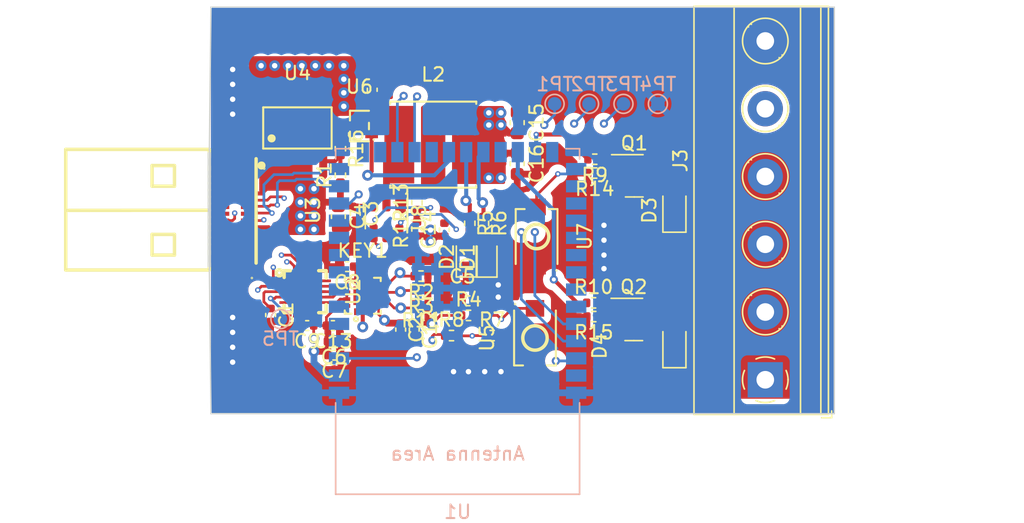
<source format=kicad_pcb>
(kicad_pcb (version 20221018) (generator pcbnew)
  (title_block (title "gimme-danger") (date "2024-01-15") (rev "0.0.1a") (company "rbaron.net"))
  (layers (0 "F.Cu" signal) (1 "In1.Cu" signal) (2 "In2.Cu" signal) (31 "B.Cu" signal) (34 "B.Paste" user) (35 "F.Paste" user) (36 "B.SilkS" user "B.Silkscreen") (37 "F.SilkS" user "F.Silkscreen") (38 "B.Mask" user) (39 "F.Mask" user) (44 "Edge.Cuts" user))
  (net 0 "")
  (net 13 "Net-(U1-GPIO47{slash}SPICLK_P{slash}SUBSPICLK_P_DIFF)")
  (net 14 "Net-(U1-GPIO48{slash}SPICLK_N{slash}SUBSPICLK_N_DIFF)")
  (net 41 "Net-(U2-VBIAS)")
  (net 42 "GND")
  (net 43 "+3V3")
  (net 44 "VBUS")
  (net 45 "Net-(U1-EN)")
  (net 46 "CC1")
  (net 47 "Net-(D1-A)")
  (net 48 "Net-(D2-A)")
  (net 49 "INT")
  (net 50 "SCL")
  (net 51 "SDA")
  (net 52 "CH1")
  (net 53 "CH2")
  (net 54 "LED_GREEN")
  (net 55 "LED_RED")
  (net 56 "VMON")
  (net 59 "TX")
  (net 60 "RX")
  (net 61 "Net-(U1-GPIO0{slash}BOOT)")
  (net 62 "D+")
  (net 63 "D-")
  (net 64 "C_CC1")
  (net 65 "C_SBU2")
  (net 66 "C_SBU1")
  (net 67 "Net-(U8-BOOT)")
  (net 68 "LOAD_EN#")
  (net 69 "Net-(U8-SW)")
  (net 70 "Net-(U8-FB)")
  (net 72 "VOUT")
  (net 73 "OUT1")
  (net 74 "OUT2")
  (net 75 "Net-(U4-G)")
  (net 76 "Net-(U6-OUT)")
  (footprint "Capacitor_SMD:C_0402_1005Metric" (layer "F.Cu") (at 78.225 113.425 90)
    (fp_text reference "C14")
    (fp_text value "0.1u" hide)
  )
  (footprint "Resistor_SMD:R_0402_1005Metric" (layer "F.Cu") (at 81.75 121.24)
    (fp_text reference "R7")
    (fp_text value "10k")
  )
  (footprint "footprint:SOT-323-3_L2.0-W1.3-P1.30-LS2.1-BR" (layer "F.Cu") (at 71.957862 105.775)
    (fp_text reference "U6")
    (fp_text value "DDTC143EUA")
  )
  (footprint "Capacitor_SMD:C_0402_1005Metric" (layer "F.Cu") (at 71.05 116.15 180)
    (fp_text reference "C8")
    (fp_text value "220p")
  )
  (footprint "Resistor_SMD:R_0402_1005Metric" (layer "F.Cu") (at 89.235 118.825)
    (fp_text reference "R10")
    (fp_text value "100")
  )
  (footprint "footprint:SW-SMD_L3.9-W3.0-P4.45" (layer "F.Cu") (at 85.03 113.93 -90)
    (fp_text reference "U7")
    (fp_text value "SKRKAEE020")
  )
  (footprint "footprint:SW-SMD_L3.9-W3.0-P4.45" (layer "F.Cu") (at 84.91 121.415088 90)
    (fp_text reference "U5")
    (fp_text value "SKRKAEE020")
  )
  (footprint "Capacitor_SMD:C_0402_1005Metric" (layer "F.Cu") (at 68.1 120.5 180)
    (fp_text reference "C9")
    (fp_text value "1u")
  )
  (footprint "Package_TO_SOT_SMD:SOT-23" (layer "F.Cu") (at 92.2 120.05)
    (fp_text reference "Q2")
    (fp_text value "AO3400A")
  )
  (footprint "Resistor_SMD:R_0402_1005Metric" (layer "F.Cu") (at 80.1 112.95 -90)
    (fp_text reference "R5")
    (fp_text value "1k")
  )
  (footprint "Capacitor_SMD:C_0402_1005Metric" (layer "F.Cu") (at 75 120.8 -90)
    (fp_text reference "C2")
    (fp_text value "0.1u")
  )
  (footprint "TerminalBlock_Phoenix:TerminalBlock_Phoenix_MKDS-1,5-6_1x06_P5.00mm_Horizontal" (layer "F.Cu") (at 101.905 124.500001 90)
    (fp_text reference "J3")
    (fp_text value "Screw_Terminal_01x06")
  )
  (footprint "Resistor_SMD:R_0402_1005Metric" (layer "F.Cu") (at 76.5 116.85 180)
    (fp_text reference "R2")
    (fp_text value "4k7")
  )
  (footprint "Resistor_SMD:R_0402_1005Metric" (layer "F.Cu") (at 76.5 118.95 180)
    (fp_text reference "R11")
    (fp_text value "4k7")
  )
  (footprint "Resistor_SMD:R_0402_1005Metric" (layer "F.Cu") (at 80.009999 119.75)
    (fp_text reference "R4")
    (fp_text value "10k")
  )
  (footprint "Resistor_SMD:R_0402_1005Metric" (layer "F.Cu") (at 89.25 119.835 180)
    (fp_text reference "R15")
    (fp_text value "10k")
  )
  (footprint "Resistor_SMD:R_0402_1005Metric" (layer "F.Cu") (at 70.55 109.4 90)
    (fp_text reference "R1")
    (fp_text value "10k")
  )
  (footprint "Capacitor_SMD:C_0402_1005Metric" (layer "F.Cu") (at 70.076 121.666 180)
    (fp_text reference "C6")
    (fp_text value "22n")
  )
  (footprint "LED_SMD:LED_0603_1608Metric" (layer "F.Cu") (at 81.37 115.44 90)
    (fp_text reference "D1")
    (fp_text value "Red")
  )
  (footprint "Resistor_SMD:R_0402_1005Metric" (layer "F.Cu") (at 89.3175 109.245 180)
    (fp_text reference "R14")
    (fp_text value "10k")
  )
  (footprint "Capacitor_SMD:C_0402_1005Metric" (layer "F.Cu") (at 76 120.8 -90)
    (fp_text reference "C12")
    (fp_text value "1u")
  )
  (footprint "Capacitor_SMD:C_0402_1005Metric" (layer "F.Cu") (at 70.104 122.682 180)
    (fp_text reference "C7")
    (fp_text value "0.1u")
  )
  (footprint "Resistor_SMD:R_0402_1005Metric" (layer "F.Cu") (at 76.5 117.9 180)
    (fp_text reference "R3")
    (fp_text value "4k7")
  )
  (footprint "LED_SMD:LED_0603_1608Metric" (layer "F.Cu") (at 79.84 115.43 90)
    (fp_text reference "D2")
    (fp_text value "Green")
  )
  (footprint "Diode_SMD:D_SOD-323" (layer "F.Cu") (at 95.2 112 90)
    (fp_text reference "D3")
    (fp_text value "1N5819WS")
  )
  (footprint "Resistor_SMD:R_0402_1005Metric" (layer "F.Cu") (at 76.2 111.425 90)
    (fp_text reference "R13")
    (fp_text value "22k")
  )
  (footprint "Capacitor_SMD:C_0402_1005Metric" (layer "F.Cu") (at 80 118.675)
    (fp_text reference "C5")
    (fp_text value "0.1u")
  )
  (footprint "Capacitor_SMD:C_0402_1005Metric" (layer "F.Cu") (at 71.65 112.25 -90)
    (fp_text reference "C3")
    (fp_text value "0.1u")
  )
  (footprint "footprint:WQFN-20_L3.0-W3.0-P0.40-BL-EP1.7" (layer "F.Cu") (at 67.95033 118 -90)
    (fp_text reference "U2")
    (fp_text value "TPD6S300RUKR")
  )
  (footprint "Diode_SMD:D_SOD-323" (layer "F.Cu") (at 95.2 122 90)
    (fp_text reference "D4")
    (fp_text value "1N5819WS")
  )
  (footprint "Resistor_SMD:R_0402_1005Metric" (layer "F.Cu") (at 76.2 113.375 90)
    (fp_text reference "R12")
    (fp_text value "100k")
  )
  (footprint "Capacitor_SMD:C_0402_1005Metric" (layer "F.Cu") (at 65.4 119.72 -90)
    (fp_text reference "C1")
    (fp_text value "100n")
  )
  (footprint "Package_TO_SOT_SMD:SOT-23-6" (layer "F.Cu") (at 73.95 112.55 -90)
    (fp_text reference "U8")
    (fp_text value "TPS54302" hide)
  )
  (footprint "Resistor_SMD:R_0402_1005Metric" (layer "F.Cu") (at 78.75 121.24)
    (fp_text reference "R8")
    (fp_text value "100k")
  )
  (footprint "footprint:MLP-14_L2.5-W2.5-P0.50-BL-EP" (layer "F.Cu") (at 72.2 118.3)
    (fp_text reference "KEY1")
    (fp_text value "FUSB302MPX")
  )
  (footprint "Resistor_SMD:R_0402_1005Metric" (layer "F.Cu") (at 89.3225 108.225 180)
    (fp_text reference "R9")
    (fp_text value "100")
  )
  (footprint "Capacitor_SMD:C_0603_1608Metric" (layer "F.Cu") (at 83.6 105.525 -90)
    (fp_text reference "C15")
    (fp_text value "10u")
  )
  (footprint "footprint:USB-C-SMD_U261-241N-4BS2SS" (layer "F.Cu") (at 62.679959 112 -90)
    (fp_text reference "U3")
    (fp_text value "U261-241N-4BS2SS")
    (fp_line (start -4.200076 1.799975) (end 4.099924 1.799975) (stroke (width 0.254)) (layer "Edge.Cuts"))
  )
  (footprint "Capacitor_SMD:C_0402_1005Metric" (layer "F.Cu") (at 70 120.5 180)
    (fp_text reference "C13")
    (fp_text value "0.1u")
  )
  (footprint "Resistor_SMD:R_0402_1005Metric" (layer "F.Cu") (at 70.55 107.45 -90)
    (fp_text reference "R16")
    (fp_text value "1k")
  )
  (footprint "footprint:IND-SMD_L6.0-W6.0" (layer "F.Cu") (at 77.4 107.15)
    (fp_text reference "L2")
    (fp_text value "YNR6045-470M" hide)
  )
  (footprint "Resistor_SMD:R_0402_1005Metric" (layer "F.Cu") (at 81.11 112.96 -90)
    (fp_text reference "R6")
    (fp_text value "1k")
  )
  (footprint "Package_TO_SOT_SMD:SOT-23" (layer "F.Cu") (at 92.2375 109.45)
    (fp_text reference "Q1")
    (fp_text value "AO3400A")
  )
  (footprint "Capacitor_SMD:C_0603_1608Metric" (layer "F.Cu") (at 70.4 112.45 -90)
    (fp_text reference "C4")
    (fp_text value "10u")
  )
  (footprint "footprint:SOIC-8_L4.9-W3.9-P1.27-LS6.0-BL" (layer "F.Cu") (at 67.38 105.918)
    (fp_text reference "U4")
    (fp_text value "AO4407A")
  )
  (footprint "Capacitor_SMD:C_0603_1608Metric" (layer "F.Cu") (at 83.6 108.55 -90)
    (fp_text reference "C16")
    (fp_text value "10u")
  )
  (footprint "Capacitor_SMD:C_0402_1005Metric" (layer "F.Cu") (at 72.9 103.1 -90)
    (fp_text reference "C10" hide)
    (fp_text value "1u")
  )
  (footprint "TestPoint:TestPoint_Pad_D1.0mm" (layer "B.Cu") (at 66.125 120.025)
    (fp_text reference "TP5")
    (fp_text value "3v3")
  )
  (footprint "PCM_Espressif:ESP32-S3-WROOM-1" (layer "B.Cu") (at 79.2 117.2)
    (fp_text reference "U1")
    (fp_text value "ESP32-S3-WROOM-1")
  )
  (footprint "TestPoint:TestPoint_Pad_D1.0mm" (layer "B.Cu") (at 88.9 104.14 180)
    (fp_text reference "TP2")
    (fp_text value "3v3")
  )
  (footprint "TestPoint:TestPoint_Pad_D1.0mm" (layer "B.Cu") (at 86.36 104.14 180)
    (fp_text reference "TP1")
    (fp_text value "3v3")
  )
  (footprint "TestPoint:TestPoint_Pad_D1.0mm" (layer "B.Cu") (at 91.44 104.14 180)
    (fp_text reference "TP3")
    (fp_text value "3v3")
  )
  (footprint "TestPoint:TestPoint_Pad_D1.0mm" (layer "B.Cu") (at 93.98 104.14 180)
    (fp_text reference "TP4")
    (fp_text value "3v3")
  )
  (gr_line (start 61 97) (end 107 97) (stroke (width 0.1)) (layer "Edge.Cuts"))
  (gr_line (start 60.879984 116.099924) (end 61 127) (stroke (width 0.1)) (layer "Edge.Cuts"))
  (gr_line (start 107 97) (end 107 127) (stroke (width 0.1)) (layer "Edge.Cuts"))
  (gr_line (start 61 127) (end 107 127) (stroke (width 0.1)) (layer "Edge.Cuts"))
  (gr_line (start 60.879984 107.799924) (end 61 97) (stroke (width 0.1)) (layer "Edge.Cuts"))
  (segment (start 88.725 118.825) (end 88.025 118.825) (width 0.3) (layer "F.Cu") (net 13))
  (segment (start 88.025 118.825) (end 86.3 117.1) (width 0.3) (layer "F.Cu") (net 13))
  (via (at 86.3 117.1) (size 0.6) (drill 0.3) (layers "F.Cu" "B.Cu") (net 13))
  (segment (start 83.645 109.255) (end 83.645 107.7) (width 0.3) (layer "B.Cu") (net 13))
  (segment (start 86.3 112) (end 83.6 109.3) (width 0.3) (layer "B.Cu") (net 13))
  (segment (start 86.3 117.1) (end 86.3 112) (width 0.3) (layer "B.Cu") (net 13))
  (segment (start 83.6 109.3) (end 83.645 109.255) (width 0.3) (layer "B.Cu") (net 13))
  (segment (start 86.9875 106.4) (end 85 106.4) (width 0.3) (layer "F.Cu") (net 14))
  (segment (start 88.8125 108.225) (end 86.9875 106.4) (width 0.3) (layer "F.Cu") (net 14))
  (via (at 85 106.4) (size 0.4) (drill 0.2) (layers "F.Cu" "B.Cu") (net 14))
  (segment (start 85 106.4) (end 85 107.615) (width 0.3) (layer "B.Cu") (net 14))
  (segment (start 85 107.615) (end 84.915 107.7) (width 0.3) (layer "B.Cu") (net 14))
  (segment (start 66.45033 118.000127) (end 64.999873 118.000127) (width 0.2) (layer "F.Cu") (net 41))
  (segment (start 64.9 118.74) (end 65.4 119.24) (width 0.2) (layer "F.Cu") (net 41))
  (segment (start 64.999873 118.000127) (end 64.9 118.1) (width 0.2) (layer "F.Cu") (net 41))
  (segment (start 64.9 118.1) (end 64.9 118.74) (width 0.2) (layer "F.Cu") (net 41))
  (segment (start 70.48 122.578) (end 70.584 122.682) (width 0.5) (layer "F.Cu") (net 42))
  (segment (start 72.2 117.122454) (end 72.700127 117.122454) (width 0.2) (layer "F.Cu") (net 42))
  (segment (start 67.950457 117.999873) (end 67.950203 118.000127) (width 0.2) (layer "F.Cu") (net 42))
  (segment (start 62.824994 109.250064) (end 62 108.42507) (width 0.3) (layer "F.Cu") (net 42))
  (segment (start 67.150101 119.5) (end 67.9 119.5) (width 0.3) (layer "F.Cu") (net 42))
  (segment (start 67.550152 120.430152) (end 67.62 120.5) (width 0.2) (layer "F.Cu") (net 42))
  (segment (start 70.22 116.5) (end 70.57 116.15) (width 0.2) (layer "F.Cu") (net 42))
  (segment (start 70.57 113.81) (end 70.57 116.15) (width 0.5) (layer "F.Cu") (net 42))
  (segment (start 63.635001 114.749936) (end 62.824994 114.749936) (width 0.3) (layer "F.Cu") (net 42))
  (segment (start 70.4 115.98) (end 70.57 116.15) (width 0.5) (layer "F.Cu") (net 42))
  (segment (start 61.724917 114.749936) (end 61.724917 115.299847) (width 0.3) (layer "F.Cu") (net 42))
  (segment (start 67.550152 119.5) (end 67.550152 120.430152) (width 0.2) (layer "F.Cu") (net 42))
  (segment (start 70.4 113.225) (end 70.4 115.98) (width 0.5) (layer "F.Cu") (net 42))
  (segment (start 76 121.28) (end 75 121.28) (width 0.5) (layer "F.Cu") (net 42))
  (segment (start 71.65 112.73) (end 70.57 113.81) (width 0.5) (layer "F.Cu") (net 42))
  (segment (start 63.635001 109.250064) (end 62.824994 109.250064) (width 0.3) (layer "F.Cu") (net 42))
  (segment (start 72.2 117.122454) (end 72.2 118.3) (width 0.2) (layer "F.Cu") (net 42))
  (segment (start 70.48 120.5) (end 70.48 122.578) (width 0.5) (layer "F.Cu") (net 42))
  (segment (start 61.724917 114.749936) (end 63.635001 114.749936) (width 0.3) (layer "F.Cu") (net 42))
  (segment (start 61.724917 108.700153) (end 62 108.42507) (width 0.3) (layer "F.Cu") (net 42))
  (segment (start 67.950203 119.5) (end 67.950203 118.000127) (width 0.2) (layer "F.Cu") (net 42))
  (segment (start 62.02507 108.4) (end 62 108.42507) (width 0.3) (layer "F.Cu") (net 42))
  (segment (start 61.724917 109.250064) (end 63.635001 109.250064) (width 0.3) (layer "F.Cu") (net 42))
  (segment (start 71.155 113.225) (end 71.65 112.73) (width 0.5) (layer "F.Cu") (net 42))
  (segment (start 69.45033 118.000127) (end 67.950203 118.000127) (width 0.2) (layer "F.Cu") (net 42))
  (segment (start 68.350254 116.5) (end 68.350254 117.600076) (width 0.2) (layer "F.Cu") (net 42))
  (segment (start 62.824994 114.749936) (end 62 115.57493) (width 0.3) (layer "F.Cu") (net 42))
  (segment (start 61.724917 109.250064) (end 61.724917 108.700153) (width 0.3) (layer "F.Cu") (net 42))
  (segment (start 68.750305 116.5) (end 70.22 116.5) (width 0.2) (layer "F.Cu") (net 42))
  (segment (start 70.4 113.225) (end 71.155 113.225) (width 0.5) (layer "F.Cu") (net 42))
  (segment (start 67.950457 116.5) (end 68.750305 116.5) (width 0.2) (layer "F.Cu") (net 42))
  (segment (start 68.350254 117.600076) (end 67.950203 118.000127) (width 0.2) (layer "F.Cu") (net 42))
  (via (at 90 115.3) (size 0.8) (drill 0.4) (layers "F.Cu" "B.Cu") (net 42))
  (via (at 62.6 103.8) (size 0.8) (drill 0.4) (layers "F.Cu" "B.Cu") (net 42))
  (via (at 62.6 102.7) (size 0.8) (drill 0.4) (layers "F.Cu" "B.Cu") (net 42))
  (via (at 62.6 123.2) (size 0.8) (drill 0.4) (layers "F.Cu" "B.Cu") (net 42))
  (via (at 62.6 104.9) (size 0.8) (drill 0.4) (layers "F.Cu" "B.Cu") (net 42))
  (via (at 62.6 122.1) (size 0.8) (drill 0.4) (layers "F.Cu" "B.Cu") (net 42))
  (via (at 62.6 121) (size 0.8) (drill 0.4) (layers "F.Cu" "B.Cu") (net 42))
  (via (at 90 116.3) (size 0.8) (drill 0.4) (layers "F.Cu" "B.Cu") (net 42))
  (via (at 80 123.9) (size 0.8) (drill 0.4) (layers "F.Cu" "B.Cu") (net 42))
  (via (at 78.9 123.9) (size 0.8) (drill 0.4) (layers "F.Cu" "B.Cu") (net 42))
  (via (at 82.4 123.9) (size 0.8) (drill 0.4) (layers "F.Cu" "B.Cu") (net 42))
  (via (at 81.2 123.9) (size 0.8) (drill 0.4) (layers "F.Cu" "B.Cu") (net 42))
  (via (at 90 114.2) (size 0.8) (drill 0.4) (layers "F.Cu" "B.Cu") (net 42))
  (via (at 82.2 117.5) (size 0.8) (drill 0.4) (layers "F.Cu" "B.Cu") (net 42))
  (via (at 62.6 101.6) (size 0.8) (drill 0.4) (layers "F.Cu" "B.Cu") (net 42))
  (via (at 62.6 119.9) (size 0.8) (drill 0.4) (layers "F.Cu" "B.Cu") (net 42))
  (via (at 82.2 118.4) (size 0.8) (drill 0.4) (layers "F.Cu" "B.Cu") (net 42))
  (via (at 90 113.1) (size 0.8) (drill 0.4) (layers "F.Cu" "B.Cu") (net 42))
  (segment (start 83.6 106.3) (end 83 106.3) (width 0.5) (layer "F.Cu") (net 43))
  (segment (start 68.750051 119.5) (end 68.750051 120.329949) (width 0.2) (layer "F.Cu") (net 43))
  (segment (start 73.377546 119.050064) (end 72.950064 119.477546) (width 0.2) (layer "F.Cu") (net 43))
  (segment (start 78.225 113.905) (end 77.875 113.905) (width 0.5) (layer "F.Cu") (net 43))
  (segment (start 73.377546 119.050064) (end 73.377546 119.677546) (width 0.2) (layer "F.Cu") (net 43))
  (segment (start 76 120.32) (end 75 120.32) (width 0.5) (layer "F.Cu") (net 43))
  (segment (start 83.6 107.775) (end 82.825 107.775) (width 0.5) (layer "F.Cu") (net 43))
  (segment (start 77.225 114.3) (end 76.81 113.885) (width 0.5) (layer "F.Cu") (net 43))
  (segment (start 76.81 113.885) (end 76.6 113.885) (width 0.5) (layer "F.Cu") (net 43))
  (segment (start 77.01 116.85) (end 77.01 118.95) (width 0.5) (layer "F.Cu") (net 43))
  (segment (start 74.02 120.32) (end 73.8 120.1) (width 0.5) (layer "F.Cu") (net 43))
  (segment (start 77.655 113.905) (end 77.2 113.45) (width 0.5) (layer "F.Cu") (net 43))
  (segment (start 70.15033 119.24967) (end 69.52 119.88) (width 0.2) (layer "F.Cu") (net 43))
  (segment (start 68.58 121.43) (end 68.6 121.45) (width 0.2) (layer "F.Cu") (net 43))
  (segment (start 68.58 120.5) (end 68.58 121.43) (width 0.2) (layer "F.Cu") (net 43))
  (segment (start 82.825 107.775) (end 82.5 108.1) (width 0.5) (layer "F.Cu") (net 43))
  (segment (start 83 106.3) (end 82.4 105.7) (width 0.5) (layer "F.Cu") (net 43))
  (segment (start 77.01 118.95) (end 77.01 120.085) (width 0.5) (layer "F.Cu") (net 43))
  (segment (start 82.5 108.1) (end 82.5 109.5) (width 0.5) (layer "F.Cu") (net 43))
  (segment (start 79.499999 119.75) (end 77.925 119.75) (width 0.2) (layer "F.Cu") (net 43))
  (segment (start 76.6 113.885) (end 76.765 113.885) (width 0.5) (layer "F.Cu") (net 43))
  (segment (start 77.875 113.905) (end 77.655 113.905) (width 0.5) (layer "F.Cu") (net 43))
  (segment (start 82.5 109.5) (end 82.4 109.6) (width 0.5) (layer "F.Cu") (net 43))
  (segment (start 73.377546 119.677546) (end 73.8 120.1) (width 0.2) (layer "F.Cu") (net 43))
  (segment (start 71.022454 118.549936) (end 70.530075 118.549936) (width 0.2) (layer "F.Cu") (net 43))
  (segment (start 70.530075 118.549936) (end 70.15033 118.929681) (width 0.2) (layer "F.Cu") (net 43))
  (segment (start 77.62 113.905) (end 77.225 114.3) (width 0.5) (layer "F.Cu") (net 43))
  (segment (start 68.750051 120.329949) (end 68.58 120.5) (width 0.2) (layer "F.Cu") (net 43))
  (segment (start 71.022454 118.050064) (end 71.022454 118.549936) (width 0.2) (layer "F.Cu") (net 43))
  (segment (start 77.875 113.905) (end 77.62 113.905) (width 0.5) (layer "F.Cu") (net 43))
  (segment (start 77.925 119.75) (end 77.3 120.375) (width 0.2) (layer "F.Cu") (net 43))
  (segment (start 72.950064 119.477546) (end 72.700127 119.477546) (width 0.2) (layer "F.Cu") (net 43))
  (segment (start 69.624 120.604) (end 69.52 120.5) (width 0.5) (layer "F.Cu") (net 43))
  (segment (start 80.7 106.3) (end 80.15 105.75) (width 0.5) (layer "F.Cu") (net 43))
  (segment (start 70.15033 118.929681) (end 70.15033 119.24967) (width 0.2) (layer "F.Cu") (net 43))
  (segment (start 69.52 120.5) (end 68.58 120.5) (width 0.2) (layer "F.Cu") (net 43))
  (segment (start 80.375 109.325) (end 80.2 109.5) (width 0.5) (layer "F.Cu") (net 43))
  (segment (start 68.6 122.4) (end 69.342 122.4) (width 0.5) (layer "F.Cu") (net 43))
  (segment (start 76.2 113.885) (end 76.6 113.885) (width 0.5) (layer "F.Cu") (net 43))
  (segment (start 69.342 122.4) (end 69.624 122.682) (width 0.5) (layer "F.Cu") (net 43))
  (segment (start 76.765 113.885) (end 77.2 113.45) (width 0.5) (layer "F.Cu") (net 43))
  (segment (start 77.245 120.32) (end 77.3 120.375) (width 0.5) (layer "F.Cu") (net 43))
  (segment (start 69.624 122.682) (end 69.624 120.604) (width 0.5) (layer "F.Cu") (net 43))
  (segment (start 77.01 120.085) (end 77.3 120.375) (width 0.5) (layer "F.Cu") (net 43))
  (segment (start 75 120.32) (end 74.02 120.32) (width 0.5) (layer "F.Cu") (net 43))
  (segment (start 76 120.32) (end 77.245 120.32) (width 0.5) (layer "F.Cu") (net 43))
  (segment (start 69.52 119.88) (end 69.52 120.5) (width 0.2) (layer "F.Cu") (net 43))
  (via (at 77.3 120.375) (size 0.8) (drill 0.4) (layers "F.Cu" "B.Cu") (net 43))
  (via (at 73.8 120.1) (size 0.8) (drill 0.4) (layers "F.Cu" "B.Cu") (net 43))
  (via (at 77.2 113.45) (size 0.8) (drill 0.4) (layers "F.Cu" "B.Cu") (net 43))
  (via (at 81.5 109.6) (size 0.8) (drill 0.4) (layers "F.Cu" "B.Cu") (net 43))
  (via (at 68.6 122.4) (size 0.8) (drill 0.4) (layers "F.Cu" "B.Cu") (net 43))
  (via (at 82.4 105.7) (size 0.8) (drill 0.4) (layers "F.Cu" "B.Cu") (net 43))
  (via (at 82.4 104.8) (size 0.8) (drill 0.4) (layers "F.Cu" "B.Cu") (net 43))
  (via (at 81.5 104.8) (size 0.8) (drill 0.4) (layers "F.Cu" "B.Cu") (net 43))
  (via (at 81.5 105.7) (size 0.8) (drill 0.4) (layers "F.Cu" "B.Cu") (net 43))
  (via (at 68.6 121.45) (size 0.8) (drill 0.4) (layers "F.Cu" "B.Cu") (net 43))
  (via (at 82.4 109.6) (size 0.8) (drill 0.4) (layers "F.Cu" "B.Cu") (net 43))
  (via (at 77.225 114.3) (size 0.8) (drill 0.4) (layers "F.Cu" "B.Cu") (net 43))
  (via (at 85.6 105.7) (size 0.6) (drill 0.3) (layers "F.Cu" "B.Cu") (net 43))
  (segment (start 69.55 124.19) (end 68.6 123.24) (width 0.5) (layer "B.Cu") (net 43))
  (segment (start 86.36 104.94) (end 85.6 105.7) (width 0.2) (layer "B.Cu") (net 43))
  (segment (start 68.6 123.24) (end 68.6 122.4) (width 0.5) (layer "B.Cu") (net 43))
  (segment (start 86.36 104.14) (end 86.36 104.94) (width 0.2) (layer "B.Cu") (net 43))
  (segment (start 70.45 124.19) (end 69.55 124.19) (width 0.5) (layer "B.Cu") (net 43))
  (segment (start 68.6 111.4) (end 70.125 111.4) (width 0.5) (layer "F.Cu") (net 44))
  (segment (start 61.724917 110.749936) (end 63.635001 110.749936) (width 0.3) (layer "F.Cu") (net 44))
  (segment (start 72.2 120.6) (end 72.2 119.477546) (width 0.3) (layer "F.Cu") (net 44))
  (segment (start 63.635001 113.250064) (end 65.250064 113.250064) (width 0.3) (layer "F.Cu") (net 44))
  (segment (start 70.4 111.675) (end 71.555 111.675) (width 0.5) (layer "F.Cu") (net 44))
  (segment (start 71.555 111.675) (end 71.65 111.77) (width 0.5) (layer "F.Cu") (net 44))
  (segment (start 68.7 113.3) (end 68.6 113.4) (width 0.2) (layer "F.Cu") (net 44))
  (segment (start 65.4 113.4) (end 67.6 113.4) (width 0.3) (layer "F.Cu") (net 44))
  (segment (start 63.635001 110.749936) (end 64.749936 110.749936) (width 0.3) (layer "F.Cu") (net 44))
  (segment (start 61.724917 113.250064) (end 63.635001 113.250064) (width 0.3) (layer "F.Cu") (net 44))
  (segment (start 72.6425 111.77) (end 73 111.4125) (width 0.5) (layer "F.Cu") (net 44))
  (segment (start 64.749936 110.749936) (end 65.099872 110.4) (width 0.3) (layer "F.Cu") (net 44))
  (segment (start 71.65 111.77) (end 72.6425 111.77) (width 0.5) (layer "F.Cu") (net 44))
  (segment (start 65.250064 113.250064) (end 65.4 113.4) (width 0.3) (layer "F.Cu") (net 44))
  (segment (start 65.099872 110.4) (end 67.6 110.4) (width 0.3) (layer "F.Cu") (net 44))
  (segment (start 70.55 111.525) (end 70.4 111.675) (width 0.5) (layer "F.Cu") (net 44))
  (segment (start 70.225 111.85) (end 70.4 111.675) (width 0.5) (layer "F.Cu") (net 44))
  (segment (start 70.55 109.91) (end 70.55 111.525) (width 0.5) (layer "F.Cu") (net 44))
  (segment (start 70.125 111.4) (end 70.4 111.675) (width 0.5) (layer "F.Cu") (net 44))
  (via (at 68.6 113.4) (size 0.8) (drill 0.4) (layers "F.Cu" "B.Cu") (net 44))
  (via (at 68.6 112.4) (size 0.8) (drill 0.4) (layers "F.Cu" "B.Cu") (net 44))
  (via (at 67.6 111.4) (size 0.8) (drill 0.4) (layers "F.Cu" "B.Cu") (net 44))
  (via (at 67.6 113.4) (size 0.8) (drill 0.4) (layers "F.Cu" "B.Cu") (net 44))
  (via (at 67.6 112.4) (size 0.8) (drill 0.4) (layers "F.Cu" "B.Cu") (net 44))
  (via (at 72.2 120.6) (size 0.8) (drill 0.4) (layers "F.Cu" "B.Cu") (net 44))
  (via (at 68.6 110.4) (size 0.8) (drill 0.4) (layers "F.Cu" "B.Cu") (net 44))
  (via (at 67.6 110.4) (size 0.8) (drill 0.4) (layers "F.Cu" "B.Cu") (net 44))
  (via (at 68.6 111.4) (size 0.8) (drill 0.4) (layers "F.Cu" "B.Cu") (net 44))
  (segment (start 83.239824 119.230176) (end 82.43 120.04) (width 0.2) (layer "F.Cu") (net 45))
  (segment (start 80.48 118.675) (end 80.48 119.710001) (width 0.2) (layer "F.Cu") (net 45))
  (segment (start 80.519999 119.75) (end 82.14 119.75) (width 0.2) (layer "F.Cu") (net 45))
  (segment (start 82.14 119.75) (end 82.43 120.04) (width 0.2) (layer "F.Cu") (net 45))
  (segment (start 84.91 119.230176) (end 83.239824 119.230176) (width 0.2) (layer "F.Cu") (net 45))
  (segment (start 80.48 119.710001) (end 80.519999 119.75) (width 0.2) (layer "F.Cu") (net 45))
  (via (at 82.43 120.04) (size 0.4) (drill 0.2) (layers "F.Cu" "B.Cu") (net 45))
  (via (at 76.19 122.84) (size 0.6) (drill 0.3) (layers "F.Cu" "B.Cu") (net 45))
  (segment (start 76.19 122.84) (end 76.11 122.92) (width 0.2) (layer "B.Cu") (net 45))
  (segment (start 76.11 122.92) (end 70.45 122.92) (width 0.2) (layer "B.Cu") (net 45))
  (segment (start 69.999822 118.400178) (end 70.3 118.1) (width 0.2) (layer "F.Cu") (net 46))
  (segment (start 71.022454 117.549936) (end 71.022454 117.277546) (width 0.2) (layer "F.Cu") (net 46))
  (segment (start 71.177546 117.122454) (end 71.700127 117.122454) (width 0.2) (layer "F.Cu") (net 46))
  (segment (start 71.53 116.28) (end 71.700127 116.450127) (width 0.2) (layer "F.Cu") (net 46))
  (segment (start 69.45033 118.400178) (end 69.999822 118.400178) (width 0.2) (layer "F.Cu") (net 46))
  (segment (start 71.700127 116.450127) (end 71.700127 117.122454) (width 0.2) (layer "F.Cu") (net 46))
  (segment (start 70.530075 117.549936) (end 71.022454 117.549936) (width 0.2) (layer "F.Cu") (net 46))
  (segment (start 71.53 116.15) (end 71.53 116.28) (width 0.2) (layer "F.Cu") (net 46))
  (segment (start 70.3 118.1) (end 70.3 117.780011) (width 0.2) (layer "F.Cu") (net 46))
  (segment (start 70.3 117.780011) (end 70.530075 117.549936) (width 0.2) (layer "F.Cu") (net 46))
  (segment (start 71.022454 117.277546) (end 71.177546 117.122454) (width 0.2) (layer "F.Cu") (net 46))
  (segment (start 81.11 113.47) (end 81.11 114.3925) (width 0.3) (layer "F.Cu") (net 47))
  (segment (start 81.11 114.3925) (end 81.37 114.6525) (width 0.3) (layer "F.Cu") (net 47))
  (segment (start 80.1 113.46) (end 80.1 114.3825) (width 0.3) (layer "F.Cu") (net 48))
  (segment (start 80.1 114.3825) (end 79.84 114.6425) (width 0.3) (layer "F.Cu") (net 48))
  (segment (start 73.869925 118.549936) (end 74.519989 119.2) (width 0.2) (layer "F.Cu") (net 49))
  (segment (start 75 119.2) (end 75.74 119.2) (width 0.2) (layer "F.Cu") (net 49))
  (segment (start 73.377546 118.549936) (end 73.869925 118.549936) (width 0.2) (layer "F.Cu") (net 49))
  (segment (start 75.89 118.85) (end 75.99 118.95) (width 0.2) (layer "F.Cu") (net 49))
  (segment (start 75.74 119.2) (end 75.99 118.95) (width 0.2) (layer "F.Cu") (net 49))
  (segment (start 74.519989 119.2) (end 75 119.2) (width 0.2) (layer "F.Cu") (net 49))
  (via (at 75 119.2) (size 0.8) (drill 0.4) (layers "F.Cu" "B.Cu") (net 49))
  (via (at 76.21 103.59) (size 0.6) (drill 0.3) (layers "F.Cu" "B.Cu") (net 49))
  (segment (start 76.025 103.775) (end 76.21 103.59) (width 0.2) (layer "B.Cu") (net 49))
  (segment (start 76.025 107.7) (end 76.025 103.775) (width 0.2) (layer "B.Cu") (net 49))
  (segment (start 74.980949 117.913329) (end 75.976671 117.913329) (width 0.2) (layer "F.Cu") (net 50))
  (segment (start 73.377546 118.050064) (end 74.844214 118.050064) (width 0.2) (layer "F.Cu") (net 50))
  (segment (start 74.844214 118.050064) (end 74.980949 117.913329) (width 0.2) (layer "F.Cu") (net 50))
  (segment (start 75.976671 117.913329) (end 75.99 117.9) (width 0.2) (layer "F.Cu") (net 50))
  (via (at 75.22 103.55) (size 0.6) (drill 0.3) (layers "F.Cu" "B.Cu") (net 50))
  (via (at 74.980949 118) (size 0.8) (drill 0.4) (layers "F.Cu" "B.Cu") (net 50))
  (segment (start 74.755 104.015) (end 75.22 103.55) (width 0.2) (layer "B.Cu") (net 50))
  (segment (start 74.755 107.7) (end 74.755 104.015) (width 0.2) (layer "B.Cu") (net 50))
  (segment (start 75.99 116.85) (end 75.2 116.85) (width 0.2) (layer "F.Cu") (net 51))
  (segment (start 73.377546 117.549936) (end 73.950064 117.549936) (width 0.2) (layer "F.Cu") (net 51))
  (segment (start 75.2 116.85) (end 74.95 116.6) (width 0.2) (layer "F.Cu") (net 51))
  (segment (start 74.9 116.6) (end 74.95 116.6) (width 0.2) (layer "F.Cu") (net 51))
  (segment (start 73.950064 117.549936) (end 74.9 116.6) (width 0.2) (layer "F.Cu") (net 51))
  (segment (start 75.89 116.95) (end 75.99 116.85) (width 0.2) (layer "F.Cu") (net 51))
  (via (at 74.95 116.6) (size 0.8) (drill 0.4) (layers "F.Cu" "B.Cu") (net 51))
  (via (at 71.9 110.82) (size 0.6) (drill 0.3) (layers "F.Cu" "B.Cu") (net 51))
  (segment (start 71.23 111.49) (end 71.9 110.82) (width 0.2) (layer "B.Cu") (net 51))
  (segment (start 70.45 111.49) (end 71.23 111.49) (width 0.2) (layer "B.Cu") (net 51))
  (segment (start 91.025 108.225) (end 91.3 108.5) (width 0.3) (layer "F.Cu") (net 52))
  (segment (start 89.8325 108.225) (end 91.025 108.225) (width 0.3) (layer "F.Cu") (net 52))
  (segment (start 89.8325 108.225) (end 89.8325 109.24) (width 0.3) (layer "F.Cu") (net 52))
  (segment (start 89.8325 109.24) (end 89.8275 109.245) (width 0.3) (layer "F.Cu") (net 52))
  (segment (start 89.76 119.835) (end 89.76 118.84) (width 0.3) (layer "F.Cu") (net 53))
  (segment (start 91.2625 119.1) (end 90.02 119.1) (width 0.3) (layer "F.Cu") (net 53))
  (segment (start 90.02 119.1) (end 89.745 118.825) (width 0.3) (layer "F.Cu") (net 53))
  (segment (start 89.76 118.84) (end 89.745 118.825) (width 0.3) (layer "F.Cu") (net 53))
  (segment (start 80.1 112.44) (end 80.1 111.57) (width 0.3) (layer "F.Cu") (net 54))
  (segment (start 80.1 111.57) (end 79.81 111.28) (width 0.3) (layer "F.Cu") (net 54))
  (via (at 79.81 111.28) (size 0.8) (drill 0.4) (layers "F.Cu" "B.Cu") (net 54))
  (segment (start 79.835 111.255) (end 79.835 107.7) (width 0.3) (layer "B.Cu") (net 54))
  (segment (start 79.81 111.28) (end 79.835 111.255) (width 0.3) (layer "B.Cu") (net 54))
  (segment (start 81.11 111.49) (end 81.05 111.43) (width 0.3) (layer "F.Cu") (net 55))
  (segment (start 81.11 112.45) (end 81.11 111.49) (width 0.3) (layer "F.Cu") (net 55))
  (via (at 81.05 111.43) (size 0.8) (drill 0.4) (layers "F.Cu" "B.Cu") (net 55))
  (segment (start 80.75 111.13) (end 80.75 108.055) (width 0.3) (layer "B.Cu") (net 55))
  (segment (start 80.75 108.055) (end 81.105 107.7) (width 0.3) (layer "B.Cu") (net 55))
  (segment (start 81.05 111.43) (end 80.75 111.13) (width 0.3) (layer "B.Cu") (net 55))
  (segment (start 80.3 121.24) (end 80.28 121.26) (width 0.2) (layer "F.Cu") (net 56))
  (segment (start 81.24 121.24) (end 80.3 121.24) (width 0.2) (layer "F.Cu") (net 56))
  (segment (start 80.28 121.26) (end 79.28 121.26) (width 0.2) (layer "F.Cu") (net 56))
  (segment (start 79.28 121.26) (end 79.26 121.24) (width 0.2) (layer "F.Cu") (net 56))
  (via (at 80.28 121.26) (size 0.4) (drill 0.2) (layers "F.Cu" "B.Cu") (net 56))
  (via (at 86.45 123.11) (size 0.6) (drill 0.3) (layers "F.Cu" "B.Cu") (net 56))
  (segment (start 86.45 123.11) (end 87.76 123.11) (width 0.2) (layer "B.Cu") (net 56))
  (segment (start 87.76 123.11) (end 87.95 122.92) (width 0.2) (layer "B.Cu") (net 56))
  (via (at 87.8 105.6) (size 0.6) (drill 0.3) (layers "F.Cu" "B.Cu") (net 59))
  (via (at 83.9 113.6) (size 0.6) (drill 0.3) (layers "F.Cu" "B.Cu") (net 59))
  (segment (start 88.9 104.14) (end 88.9 104.5) (width 0.2) (layer "B.Cu") (net 59))
  (segment (start 83.9 118.55) (end 87 121.65) (width 0.2) (layer "B.Cu") (net 59))
  (segment (start 88.9 104.5) (end 87.8 105.6) (width 0.2) (layer "B.Cu") (net 59))
  (segment (start 83.9 113.6) (end 83.9 118.55) (width 0.2) (layer "B.Cu") (net 59))
  (segment (start 87 121.65) (end 87.95 121.65) (width 0.2) (layer "B.Cu") (net 59))
  (via (at 90 105.6) (size 0.6) (drill 0.3) (layers "F.Cu" "B.Cu") (net 60))
  (via (at 84.9 113.6) (size 0.6) (drill 0.3) (layers "F.Cu" "B.Cu") (net 60))
  (segment (start 84.9 118.28) (end 87 120.38) (width 0.2) (layer "B.Cu") (net 60))
  (segment (start 90 105.58) (end 90 105.6) (width 0.2) (layer "B.Cu") (net 60))
  (segment (start 87 120.38) (end 87.95 120.38) (width 0.2) (layer "B.Cu") (net 60))
  (segment (start 84.9 113.6) (end 84.9 118.28) (width 0.2) (layer "B.Cu") (net 60))
  (segment (start 91.44 104.14) (end 90 105.58) (width 0.2) (layer "B.Cu") (net 60))
  (segment (start 85.03 111.745088) (end 85.03 110.88) (width 0.2) (layer "F.Cu") (net 61))
  (segment (start 85.03 110.88) (end 86.6 109.31) (width 0.2) (layer "F.Cu") (net 61))
  (via (at 86.6 109.31) (size 0.4) (drill 0.2) (layers "F.Cu" "B.Cu") (net 61))
  (segment (start 87.59 109.31) (end 87.95 108.95) (width 0.2) (layer "B.Cu") (net 61))
  (segment (start 86.6 109.31) (end 87.59 109.31) (width 0.2) (layer "B.Cu") (net 61))
  (segment (start 63.685065 112.2) (end 65.5 112.2) (width 0.2) (layer "F.Cu") (net 62))
  (segment (start 63.635001 112.250064) (end 63.685065 112.2) (width 0.2) (layer "F.Cu") (net 62))
  (segment (start 66.9 115.3) (end 67.550406 115.950406) (width 0.2) (layer "F.Cu") (net 62))
  (segment (start 67.550406 115.950406) (end 67.550406 116.5) (width 0.2) (layer "F.Cu") (net 62))
  (segment (start 66.2 115.3) (end 66.9 115.3) (width 0.2) (layer "F.Cu") (net 62))
  (via (at 66.2 115.3) (size 0.4) (drill 0.2) (layers "F.Cu" "B.Cu") (net 62))
  (via (at 65.5 112.2) (size 0.4) (drill 0.2) (layers "F.Cu" "B.Cu") (net 62))
  (segment (start 67.123661 109.250019) (end 69.02498 109.250019) (width 0.2) (layer "B.Cu") (net 62))
  (segment (start 67.01368 109.36) (end 67.123661 109.250019) (width 0.2) (layer "B.Cu") (net 62))
  (segment (start 64.905 110.105) (end 65.65 109.36) (width 0.2) (layer "B.Cu") (net 62))
  (segment (start 65.65 109.36) (end 67.01368 109.36) (width 0.2) (layer "B.Cu") (net 62))
  (segment (start 69.324999 108.95) (end 70.45 108.95) (width 0.2) (layer "B.Cu") (net 62))
  (segment (start 65.5 112.2) (end 64.905 111.605) (width 0.2) (layer "B.Cu") (net 62))
  (segment (start 69.02498 109.250019) (end 69.324999 108.95) (width 0.2) (layer "B.Cu") (net 62))
  (segment (start 64.905 111.605) (end 64.905 110.105) (width 0.2) (layer "B.Cu") (net 62))
  (segment (start 66.6 115.8) (end 66.834314 115.8) (width 0.2) (layer "F.Cu") (net 63))
  (segment (start 67.150355 116.116041) (end 67.150355 116.5) (width 0.2) (layer "F.Cu") (net 63))
  (segment (start 66.834314 115.8) (end 67.150355 116.116041) (width 0.2) (layer "F.Cu") (net 63))
  (segment (start 65.4 111.6) (end 65.9 111.6) (width 0.2) (layer "F.Cu") (net 63))
  (segment (start 65.3 111.7) (end 65.4 111.6) (width 0.2) (layer "F.Cu") (net 63))
  (segment (start 63.635001 111.749936) (end 63.684937 111.7) (width 0.2) (layer "F.Cu") (net 63))
  (segment (start 63.684937 111.7) (end 65.3 111.7) (width 0.2) (layer "F.Cu") (net 63))
  (via (at 66.6 115.8) (size 0.4) (drill 0.2) (layers "F.Cu" "B.Cu") (net 63))
  (via (at 65.9 111.6) (size 0.4) (drill 0.2) (layers "F.Cu" "B.Cu") (net 63))
  (segment (start 67.20005 109.81) (end 66.06 109.81) (width 0.2) (layer "B.Cu") (net 63))
  (segment (start 69.3 110.195001) (end 69.3 110.11005) (width 0.2) (layer "B.Cu") (net 63))
  (segment (start 68.88995 109.7) (end 67.31005 109.7) (width 0.2) (layer "B.Cu") (net 63))
  (segment (start 70.45 110.22) (end 69.324999 110.22) (width 0.2) (layer "B.Cu") (net 63))
  (segment (start 69.3 110.11005) (end 68.88995 109.7) (width 0.2) (layer "B.Cu") (net 63))
  (segment (start 66.06 109.81) (end 65.9 109.97) (width 0.2) (layer "B.Cu") (net 63))
  (segment (start 65.9 109.97) (end 65.9 111.6) (width 0.2) (layer "B.Cu") (net 63))
  (segment (start 67.31005 109.7) (end 67.20005 109.81) (width 0.2) (layer "B.Cu") (net 63))
  (segment (start 69.324999 110.22) (end 69.3 110.195001) (width 0.2) (layer "B.Cu") (net 63))
  (segment (start 65.7 118.5) (end 65.4 118.5) (width 0.2) (layer "F.Cu") (net 64))
  (segment (start 66.450152 118.4) (end 66.45033 118.400178) (width 0.2) (layer "F.Cu") (net 64))
  (segment (start 63.635001 112.749936) (end 64.850064 112.749936) (width 0.2) (layer "F.Cu") (net 64))
  (segment (start 66.45033 118.400178) (end 65.799822 118.400178) (width 0.2) (layer "F.Cu") (net 64))
  (segment (start 65.799822 118.400178) (end 65.7 118.5) (width 0.2) (layer "F.Cu") (net 64))
  (segment (start 64.850064 112.749936) (end 64.9 112.7) (width 0.2) (layer "F.Cu") (net 64))
  (via (at 64.9 112.7) (size 0.4) (drill 0.2) (layers "F.Cu" "B.Cu") (net 64))
  (via (at 65.4 118.5) (size 0.4) (drill 0.2) (layers "F.Cu" "B.Cu") (net 64))
  (segment (start 66.125 120.025) (end 66.125 119.225) (width 0.2) (layer "B.Cu") (net 64))
  (segment (start 66.125 119.225) (end 65.4 118.5) (width 0.2) (layer "B.Cu") (net 64))
  (segment (start 64.729774 117.600076) (end 64.453233 117.876617) (width 0.2) (layer "F.Cu") (net 65))
  (segment (start 62.749425 112.600562) (end 62.749425 112.2) (width 0.2) (layer "F.Cu") (net 65))
  (segment (start 62.600051 112.749936) (end 62.749425 112.600562) (width 0.2) (layer "F.Cu") (net 65))
  (segment (start 64.9 117.600076) (end 64.729774 117.600076) (width 0.2) (layer "F.Cu") (net 65))
  (segment (start 64.9 117.600076) (end 66.45033 117.600076) (width 0.2) (layer "F.Cu") (net 65))
  (segment (start 61.724917 112.749936) (end 62.600051 112.749936) (width 0.2) (layer "F.Cu") (net 65))
  (via (at 62.749425 112.2) (size 0.4) (drill 0.2) (layers "F.Cu" "B.Cu") (net 65))
  (via (at 64.453233 117.876617) (size 0.4) (drill 0.2) (layers "F.Cu" "B.Cu") (net 65))
  (segment (start 66.450305 117.2) (end 65.9 117.2) (width 0.2) (layer "F.Cu") (net 66))
  (segment (start 65.6 116.9) (end 65.6 116.2) (width 0.2) (layer "F.Cu") (net 66))
  (segment (start 65.9 117.2) (end 65.6 116.9) (width 0.2) (layer "F.Cu") (net 66))
  (segment (start 66.45033 117.200025) (end 66.450305 117.2) (width 0.2) (layer "F.Cu") (net 66))
  (segment (start 63.635001 111.250064) (end 65.149936 111.250064) (width 0.2) (layer "F.Cu") (net 66))
  (segment (start 65.4 111) (end 66.3 111) (width 0.2) (layer "F.Cu") (net 66))
  (segment (start 65.149936 111.250064) (end 65.4 111) (width 0.2) (layer "F.Cu") (net 66))
  (segment (start 66.3 111) (end 66.4 111.1) (width 0.2) (layer "F.Cu") (net 66))
  (via (at 65.6 116.2) (size 0.4) (drill 0.2) (layers "F.Cu" "B.Cu") (net 66))
  (via (at 66.4 111.1) (size 0.4) (drill 0.2) (layers "F.Cu" "B.Cu") (net 66))
  (segment (start 74.9 114.25) (end 74.9 113.6875) (width 0.2) (layer "F.Cu") (net 67))
  (segment (start 74.9 113.6875) (end 74.9 113) (width 0.2) (layer "F.Cu") (net 67))
  (segment (start 78.225 112.95) (end 78.2 112.975) (width 0.2) (layer "F.Cu") (net 67))
  (segment (start 78.645 112.945) (end 79.1 113.4) (width 0.2) (layer "F.Cu") (net 67))
  (segment (start 78.225 112.945) (end 78.225 112.95) (width 0.2) (layer "F.Cu") (net 67))
  (segment (start 78.225 112.945) (end 78.645 112.945) (width 0.2) (layer "F.Cu") (net 67))
  (segment (start 74.7 113.4875) (end 74.9 113.6875) (width 0.2) (layer "F.Cu") (net 67))
  (segment (start 74.9 113) (end 75 112.9) (width 0.2) (layer "F.Cu") (net 67))
  (via (at 75 112.9) (size 0.4) (drill 0.2) (layers "F.Cu" "B.Cu") (net 67))
  (via (at 79.1 113.4) (size 0.4) (drill 0.2) (layers "F.Cu" "B.Cu") (net 67))
  (segment (start 78 112.3) (end 79.1 113.4) (width 0.2) (layer "B.Cu") (net 67))
  (segment (start 75.6 112.3) (end 78 112.3) (width 0.2) (layer "B.Cu") (net 67))
  (segment (start 75 112.9) (end 75.6 112.3) (width 0.2) (layer "B.Cu") (net 67))
  (segment (start 72.855754 109.114246) (end 72.855754 106.424987) (width 0.3) (layer "F.Cu") (net 68))
  (segment (start 72.56 109.41) (end 72.855754 109.114246) (width 0.3) (layer "F.Cu") (net 68))
  (via (at 72.56 109.41) (size 0.8) (drill 0.4) (layers "F.Cu" "B.Cu") (net 68))
  (segment (start 78.565 107.7) (end 78.565 108.33) (width 0.3) (layer "B.Cu") (net 68))
  (segment (start 77.485 109.41) (end 72.56 109.41) (width 0.3) (layer "B.Cu") (net 68))
  (segment (start 78.565 108.33) (end 77.485 109.41) (width 0.3) (layer "B.Cu") (net 68))
  (segment (start 73.95 111.4125) (end 73.95 108.1) (width 0.5) (layer "F.Cu") (net 69))
  (segment (start 73.95 108.1) (end 74.9 107.15) (width 0.5) (layer "F.Cu") (net 69))
  (segment (start 73 114.275) (end 73.375 114.65) (width 0.2) (layer "F.Cu") (net 70))
  (segment (start 73.05 113.7375) (end 73 113.6875) (width 0.2) (layer "F.Cu") (net 70))
  (segment (start 73.1 112.7) (end 73.1 113.5875) (width 0.2) (layer "F.Cu") (net 70))
  (segment (start 77.065 111.935) (end 77.2 111.8) (width 0.2) (layer "F.Cu") (net 70))
  (segment (start 73 113.6875) (end 73 114.275) (width 0.2) (layer "F.Cu") (net 70))
  (segment (start 76.2 111.935) (end 76.2 112.865) (width 0.5) (layer "F.Cu") (net 70))
  (segment (start 73.1 113.5875) (end 73 113.6875) (width 0.2) (layer "F.Cu") (net 70))
  (segment (start 76.2 111.935) (end 77.065 111.935) (width 0.2) (layer "F.Cu") (net 70))
  (via (at 73.375 114.65) (size 0.4) (drill 0.2) (layers "F.Cu" "B.Cu") (net 70))
  (via (at 73.1 112.7) (size 0.4) (drill 0.2) (layers "F.Cu" "B.Cu") (net 70))
  (via (at 77.2 111.8) (size 0.4) (drill 0.2) (layers "F.Cu" "B.Cu") (net 70))
  (segment (start 77.2 111.8) (end 74 111.8) (width 0.2) (layer "B.Cu") (net 70))
  (segment (start 74 111.8) (end 73.1 112.7) (width 0.2) (layer "B.Cu") (net 70))
  (segment (start 72.9 102.62) (end 71.28 102.62) (width 0.5) (layer "F.Cu") (net 72))
  (segment (start 77.46 121.16) (end 78.16 121.16) (width 0.2) (layer "F.Cu") (net 72))
  (segment (start 71.28 102.62) (end 70.8 103.1) (width 0.5) (layer "F.Cu") (net 72))
  (segment (start 77.34 121.28) (end 77.46 121.16) (width 0.2) (layer "F.Cu") (net 72))
  (segment (start 78.16 121.16) (end 78.24 121.24) (width 0.2) (layer "F.Cu") (net 72))
  (segment (start 77.34 121.58) (end 77.34 121.28) (width 0.2) (layer "F.Cu") (net 72))
  (via (at 77.34 121.58) (size 0.6) (drill 0.3) (layers "F.Cu" "B.Cu") (net 72))
  (via (at 68.7 101.321213) (size 0.8) (drill 0.4) (layers "F.Cu" "B.Cu") (net 72))
  (via (at 64.7 101.321213) (size 0.8) (drill 0.4) (layers "F.Cu" "B.Cu") (net 72))
  (via (at 70.8 102.321213) (size 0.8) (drill 0.4) (layers "F.Cu" "B.Cu") (net 72))
  (via (at 65.7 101.321213) (size 0.8) (drill 0.4) (layers "F.Cu" "B.Cu") (net 72))
  (via (at 67.7 101.321213) (size 0.8) (drill 0.4) (layers "F.Cu" "B.Cu") (net 72))
  (via (at 69.7 101.321213) (size 0.8) (drill 0.4) (layers "F.Cu" "B.Cu") (net 72))
  (via (at 70.8 104.321213) (size 0.8) (drill 0.4) (layers "F.Cu" "B.Cu") (net 72))
  (via (at 70.8 101.321213) (size 0.8) (drill 0.4) (layers "F.Cu" "B.Cu") (net 72))
  (via (at 70.8 103.321213) (size 0.8) (drill 0.4) (layers "F.Cu" "B.Cu") (net 72))
  (via (at 66.7 101.321213) (size 0.8) (drill 0.4) (layers "F.Cu" "B.Cu") (net 72))
  (segment (start 70.137584 108.372416) (end 70.55 107.96) (width 0.3) (layer "F.Cu") (net 75))
  (segment (start 70.55 108.89) (end 70.55 107.96) (width 0.3) (layer "F.Cu") (net 75))
  (segment (start 69.285004 108.372416) (end 70.137584 108.372416) (width 0.3) (layer "F.Cu") (net 75))
  (segment (start 70.55 106.94) (end 70.55 106.28497) (width 0.3) (layer "F.Cu") (net 76))
  (segment (start 70.55 106.28497) (end 71.05997 105.775) (width 0.3) (layer "F.Cu") (net 76))
  (zone (net 42) (net_name "GND") (layer "F.Cu") (connect_pads (clearance 0.5)) (min_thickness 0.25) (fill yes (thermal_gap 0.5) (thermal_bridge_width 0.5))
    (polygon (pts (xy 61 97) (xy 121 97) (xy 121 127) (xy 61 127)))
  )
  (zone (net 43) (net_name "+3V3") (layer "F.Cu") (priority 5) (connect_pads (clearance 0.5)) (min_thickness 0.25) (fill yes (thermal_gap 0.5) (thermal_bridge_width 0.5))
    (polygon (pts (xy 78.8 104.3) (xy 82.8 104.3) (xy 82.8 110.05) (xy 78.8 110.05)))
  )
  (zone (net 44) (net_name "VBUS") (layer "F.Cu") (priority 4) (connect_pads (clearance 0.5)) (min_thickness 0.25) (fill yes (thermal_gap 0.5) (thermal_bridge_width 0.5))
    (polygon (pts (xy 64 105.976632) (xy 69.475742 106.004229) (xy 69.475742 113.827597) (xy 64 113.8)))
  )
  (zone (net 72) (net_name "VOUT") (layer "F.Cu") (priority 8) (connect_pads (clearance 0.5)) (min_thickness 0.25) (fill yes (thermal_gap 0.5) (thermal_bridge_width 0.5))
    (polygon (pts (xy 104.5 122.5) (xy 92 122.5) (xy 92 125.9) (xy 104.5 125.9)))
  )
  (zone (net 74) (net_name "OUT2") (layer "F.Cu") (priority 7) (connect_pads (clearance 0.5)) (min_thickness 0.25) (fill yes (thermal_gap 0.5) (thermal_bridge_width 0.5))
    (polygon (pts (xy 104.5 117) (xy 92 117) (xy 92 122) (xy 104.5 122)))
  )
  (zone (net 72) (net_name "VOUT") (layer "F.Cu") (priority 6) (connect_pads (clearance 0.5)) (min_thickness 0.25) (fill yes (thermal_gap 0.5) (thermal_bridge_width 0.5))
    (polygon (pts (xy 63.8 100.621213) (xy 63.8 105.221213) (xy 72 105.221213) (xy 72 100.621213)))
  )
  (zone (net 73) (net_name "OUT1") (layer "F.Cu") (priority 10) (connect_pads (clearance 0.5)) (min_thickness 0.25) (fill yes (thermal_gap 0.5) (thermal_bridge_width 0.5))
    (polygon (pts (xy 104.6 107) (xy 92 107) (xy 92 111.5) (xy 104.6 111.5)))
  )
  (zone (net 72) (net_name "VOUT") (layer "F.Cu") (priority 9) (connect_pads (clearance 0.5)) (min_thickness 0.25) (fill yes (thermal_gap 0.5) (thermal_bridge_width 0.5))
    (polygon (pts (xy 104.6 112) (xy 92 112) (xy 92 116.5) (xy 104.6 116.5)))
  )
  (zone (net 42) (net_name "GND") (layer "B.Cu") (priority 3) (connect_pads (clearance 0.5)) (min_thickness 0.25) (fill yes (thermal_gap 0.5) (thermal_bridge_width 0.5))
    (polygon (pts (xy 61 97) (xy 121 97) (xy 121 127) (xy 61 127)))
  )
)
</source>
